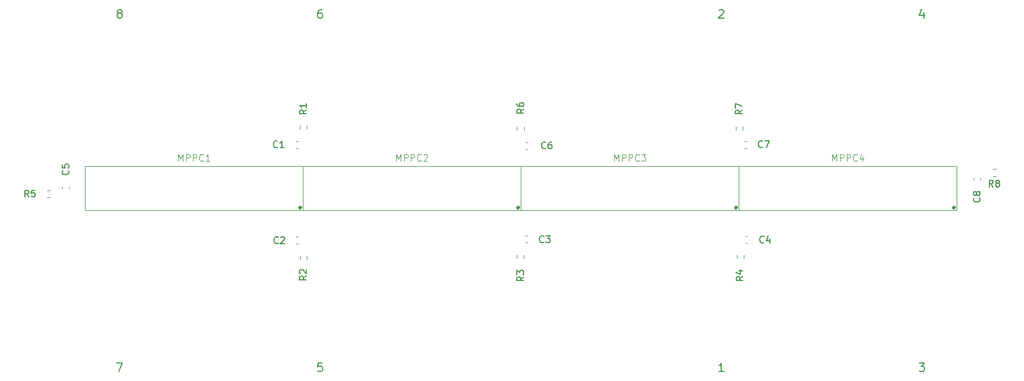
<source format=gbr>
%TF.GenerationSoftware,KiCad,Pcbnew,8.0.2*%
%TF.CreationDate,2024-07-16T15:49:33+02:00*%
%TF.ProjectId,4-MPPC_FARICH_Prototype,342d4d50-5043-45f4-9641-524943485f50,rev?*%
%TF.SameCoordinates,Original*%
%TF.FileFunction,Legend,Top*%
%TF.FilePolarity,Positive*%
%FSLAX46Y46*%
G04 Gerber Fmt 4.6, Leading zero omitted, Abs format (unit mm)*
G04 Created by KiCad (PCBNEW 8.0.2) date 2024-07-16 15:49:33*
%MOMM*%
%LPD*%
G01*
G04 APERTURE LIST*
%ADD10C,0.158750*%
%ADD11C,0.150000*%
%ADD12C,0.100000*%
%ADD13C,0.120000*%
%ADD14C,0.300000*%
G04 APERTURE END LIST*
D10*
X205476666Y-117934271D02*
X206262857Y-117934271D01*
X206262857Y-117934271D02*
X205839523Y-118418080D01*
X205839523Y-118418080D02*
X206020952Y-118418080D01*
X206020952Y-118418080D02*
X206141904Y-118478556D01*
X206141904Y-118478556D02*
X206202380Y-118539033D01*
X206202380Y-118539033D02*
X206262857Y-118659985D01*
X206262857Y-118659985D02*
X206262857Y-118962366D01*
X206262857Y-118962366D02*
X206202380Y-119083318D01*
X206202380Y-119083318D02*
X206141904Y-119143795D01*
X206141904Y-119143795D02*
X206020952Y-119204271D01*
X206020952Y-119204271D02*
X205658095Y-119204271D01*
X205658095Y-119204271D02*
X205537142Y-119143795D01*
X205537142Y-119143795D02*
X205476666Y-119083318D01*
X116141904Y-65024271D02*
X115899999Y-65024271D01*
X115899999Y-65024271D02*
X115779047Y-65084747D01*
X115779047Y-65084747D02*
X115718571Y-65145223D01*
X115718571Y-65145223D02*
X115597618Y-65326652D01*
X115597618Y-65326652D02*
X115537142Y-65568556D01*
X115537142Y-65568556D02*
X115537142Y-66052366D01*
X115537142Y-66052366D02*
X115597618Y-66173318D01*
X115597618Y-66173318D02*
X115658095Y-66233795D01*
X115658095Y-66233795D02*
X115779047Y-66294271D01*
X115779047Y-66294271D02*
X116020952Y-66294271D01*
X116020952Y-66294271D02*
X116141904Y-66233795D01*
X116141904Y-66233795D02*
X116202380Y-66173318D01*
X116202380Y-66173318D02*
X116262857Y-66052366D01*
X116262857Y-66052366D02*
X116262857Y-65749985D01*
X116262857Y-65749985D02*
X116202380Y-65629033D01*
X116202380Y-65629033D02*
X116141904Y-65568556D01*
X116141904Y-65568556D02*
X116020952Y-65508080D01*
X116020952Y-65508080D02*
X115779047Y-65508080D01*
X115779047Y-65508080D02*
X115658095Y-65568556D01*
X115658095Y-65568556D02*
X115597618Y-65629033D01*
X115597618Y-65629033D02*
X115537142Y-65749985D01*
D11*
X179115526Y-105005959D02*
X178639335Y-105339292D01*
X179115526Y-105577387D02*
X178115526Y-105577387D01*
X178115526Y-105577387D02*
X178115526Y-105196435D01*
X178115526Y-105196435D02*
X178163145Y-105101197D01*
X178163145Y-105101197D02*
X178210764Y-105053578D01*
X178210764Y-105053578D02*
X178306002Y-105005959D01*
X178306002Y-105005959D02*
X178448859Y-105005959D01*
X178448859Y-105005959D02*
X178544097Y-105053578D01*
X178544097Y-105053578D02*
X178591716Y-105101197D01*
X178591716Y-105101197D02*
X178639335Y-105196435D01*
X178639335Y-105196435D02*
X178639335Y-105577387D01*
X178448859Y-104148816D02*
X179115526Y-104148816D01*
X178067907Y-104386911D02*
X178782192Y-104625006D01*
X178782192Y-104625006D02*
X178782192Y-104005959D01*
X109614040Y-99948873D02*
X109566421Y-99996493D01*
X109566421Y-99996493D02*
X109423564Y-100044112D01*
X109423564Y-100044112D02*
X109328326Y-100044112D01*
X109328326Y-100044112D02*
X109185469Y-99996493D01*
X109185469Y-99996493D02*
X109090231Y-99901254D01*
X109090231Y-99901254D02*
X109042612Y-99806016D01*
X109042612Y-99806016D02*
X108994993Y-99615540D01*
X108994993Y-99615540D02*
X108994993Y-99472683D01*
X108994993Y-99472683D02*
X109042612Y-99282207D01*
X109042612Y-99282207D02*
X109090231Y-99186969D01*
X109090231Y-99186969D02*
X109185469Y-99091731D01*
X109185469Y-99091731D02*
X109328326Y-99044112D01*
X109328326Y-99044112D02*
X109423564Y-99044112D01*
X109423564Y-99044112D02*
X109566421Y-99091731D01*
X109566421Y-99091731D02*
X109614040Y-99139350D01*
X109994993Y-99139350D02*
X110042612Y-99091731D01*
X110042612Y-99091731D02*
X110137850Y-99044112D01*
X110137850Y-99044112D02*
X110375945Y-99044112D01*
X110375945Y-99044112D02*
X110471183Y-99091731D01*
X110471183Y-99091731D02*
X110518802Y-99139350D01*
X110518802Y-99139350D02*
X110566421Y-99234588D01*
X110566421Y-99234588D02*
X110566421Y-99329826D01*
X110566421Y-99329826D02*
X110518802Y-99472683D01*
X110518802Y-99472683D02*
X109947374Y-100044112D01*
X109947374Y-100044112D02*
X110566421Y-100044112D01*
X179023026Y-80054055D02*
X178546835Y-80387388D01*
X179023026Y-80625483D02*
X178023026Y-80625483D01*
X178023026Y-80625483D02*
X178023026Y-80244531D01*
X178023026Y-80244531D02*
X178070645Y-80149293D01*
X178070645Y-80149293D02*
X178118264Y-80101674D01*
X178118264Y-80101674D02*
X178213502Y-80054055D01*
X178213502Y-80054055D02*
X178356359Y-80054055D01*
X178356359Y-80054055D02*
X178451597Y-80101674D01*
X178451597Y-80101674D02*
X178499216Y-80149293D01*
X178499216Y-80149293D02*
X178546835Y-80244531D01*
X178546835Y-80244531D02*
X178546835Y-80625483D01*
X178023026Y-79720721D02*
X178023026Y-79054055D01*
X178023026Y-79054055D02*
X179023026Y-79482626D01*
D12*
X94690476Y-87687419D02*
X94690476Y-86687419D01*
X94690476Y-86687419D02*
X95023809Y-87401704D01*
X95023809Y-87401704D02*
X95357142Y-86687419D01*
X95357142Y-86687419D02*
X95357142Y-87687419D01*
X95833333Y-87687419D02*
X95833333Y-86687419D01*
X95833333Y-86687419D02*
X96214285Y-86687419D01*
X96214285Y-86687419D02*
X96309523Y-86735038D01*
X96309523Y-86735038D02*
X96357142Y-86782657D01*
X96357142Y-86782657D02*
X96404761Y-86877895D01*
X96404761Y-86877895D02*
X96404761Y-87020752D01*
X96404761Y-87020752D02*
X96357142Y-87115990D01*
X96357142Y-87115990D02*
X96309523Y-87163609D01*
X96309523Y-87163609D02*
X96214285Y-87211228D01*
X96214285Y-87211228D02*
X95833333Y-87211228D01*
X96833333Y-87687419D02*
X96833333Y-86687419D01*
X96833333Y-86687419D02*
X97214285Y-86687419D01*
X97214285Y-86687419D02*
X97309523Y-86735038D01*
X97309523Y-86735038D02*
X97357142Y-86782657D01*
X97357142Y-86782657D02*
X97404761Y-86877895D01*
X97404761Y-86877895D02*
X97404761Y-87020752D01*
X97404761Y-87020752D02*
X97357142Y-87115990D01*
X97357142Y-87115990D02*
X97309523Y-87163609D01*
X97309523Y-87163609D02*
X97214285Y-87211228D01*
X97214285Y-87211228D02*
X96833333Y-87211228D01*
X98404761Y-87592180D02*
X98357142Y-87639800D01*
X98357142Y-87639800D02*
X98214285Y-87687419D01*
X98214285Y-87687419D02*
X98119047Y-87687419D01*
X98119047Y-87687419D02*
X97976190Y-87639800D01*
X97976190Y-87639800D02*
X97880952Y-87544561D01*
X97880952Y-87544561D02*
X97833333Y-87449323D01*
X97833333Y-87449323D02*
X97785714Y-87258847D01*
X97785714Y-87258847D02*
X97785714Y-87115990D01*
X97785714Y-87115990D02*
X97833333Y-86925514D01*
X97833333Y-86925514D02*
X97880952Y-86830276D01*
X97880952Y-86830276D02*
X97976190Y-86735038D01*
X97976190Y-86735038D02*
X98119047Y-86687419D01*
X98119047Y-86687419D02*
X98214285Y-86687419D01*
X98214285Y-86687419D02*
X98357142Y-86735038D01*
X98357142Y-86735038D02*
X98404761Y-86782657D01*
X99357142Y-87687419D02*
X98785714Y-87687419D01*
X99071428Y-87687419D02*
X99071428Y-86687419D01*
X99071428Y-86687419D02*
X98976190Y-86830276D01*
X98976190Y-86830276D02*
X98880952Y-86925514D01*
X98880952Y-86925514D02*
X98785714Y-86973133D01*
D10*
X85779047Y-65568556D02*
X85658095Y-65508080D01*
X85658095Y-65508080D02*
X85597618Y-65447604D01*
X85597618Y-65447604D02*
X85537142Y-65326652D01*
X85537142Y-65326652D02*
X85537142Y-65266175D01*
X85537142Y-65266175D02*
X85597618Y-65145223D01*
X85597618Y-65145223D02*
X85658095Y-65084747D01*
X85658095Y-65084747D02*
X85779047Y-65024271D01*
X85779047Y-65024271D02*
X86020952Y-65024271D01*
X86020952Y-65024271D02*
X86141904Y-65084747D01*
X86141904Y-65084747D02*
X86202380Y-65145223D01*
X86202380Y-65145223D02*
X86262857Y-65266175D01*
X86262857Y-65266175D02*
X86262857Y-65326652D01*
X86262857Y-65326652D02*
X86202380Y-65447604D01*
X86202380Y-65447604D02*
X86141904Y-65508080D01*
X86141904Y-65508080D02*
X86020952Y-65568556D01*
X86020952Y-65568556D02*
X85779047Y-65568556D01*
X85779047Y-65568556D02*
X85658095Y-65629033D01*
X85658095Y-65629033D02*
X85597618Y-65689509D01*
X85597618Y-65689509D02*
X85537142Y-65810461D01*
X85537142Y-65810461D02*
X85537142Y-66052366D01*
X85537142Y-66052366D02*
X85597618Y-66173318D01*
X85597618Y-66173318D02*
X85658095Y-66233795D01*
X85658095Y-66233795D02*
X85779047Y-66294271D01*
X85779047Y-66294271D02*
X86020952Y-66294271D01*
X86020952Y-66294271D02*
X86141904Y-66233795D01*
X86141904Y-66233795D02*
X86202380Y-66173318D01*
X86202380Y-66173318D02*
X86262857Y-66052366D01*
X86262857Y-66052366D02*
X86262857Y-65810461D01*
X86262857Y-65810461D02*
X86202380Y-65689509D01*
X86202380Y-65689509D02*
X86141904Y-65629033D01*
X86141904Y-65629033D02*
X86020952Y-65568556D01*
D12*
X192490476Y-87687419D02*
X192490476Y-86687419D01*
X192490476Y-86687419D02*
X192823809Y-87401704D01*
X192823809Y-87401704D02*
X193157142Y-86687419D01*
X193157142Y-86687419D02*
X193157142Y-87687419D01*
X193633333Y-87687419D02*
X193633333Y-86687419D01*
X193633333Y-86687419D02*
X194014285Y-86687419D01*
X194014285Y-86687419D02*
X194109523Y-86735038D01*
X194109523Y-86735038D02*
X194157142Y-86782657D01*
X194157142Y-86782657D02*
X194204761Y-86877895D01*
X194204761Y-86877895D02*
X194204761Y-87020752D01*
X194204761Y-87020752D02*
X194157142Y-87115990D01*
X194157142Y-87115990D02*
X194109523Y-87163609D01*
X194109523Y-87163609D02*
X194014285Y-87211228D01*
X194014285Y-87211228D02*
X193633333Y-87211228D01*
X194633333Y-87687419D02*
X194633333Y-86687419D01*
X194633333Y-86687419D02*
X195014285Y-86687419D01*
X195014285Y-86687419D02*
X195109523Y-86735038D01*
X195109523Y-86735038D02*
X195157142Y-86782657D01*
X195157142Y-86782657D02*
X195204761Y-86877895D01*
X195204761Y-86877895D02*
X195204761Y-87020752D01*
X195204761Y-87020752D02*
X195157142Y-87115990D01*
X195157142Y-87115990D02*
X195109523Y-87163609D01*
X195109523Y-87163609D02*
X195014285Y-87211228D01*
X195014285Y-87211228D02*
X194633333Y-87211228D01*
X196204761Y-87592180D02*
X196157142Y-87639800D01*
X196157142Y-87639800D02*
X196014285Y-87687419D01*
X196014285Y-87687419D02*
X195919047Y-87687419D01*
X195919047Y-87687419D02*
X195776190Y-87639800D01*
X195776190Y-87639800D02*
X195680952Y-87544561D01*
X195680952Y-87544561D02*
X195633333Y-87449323D01*
X195633333Y-87449323D02*
X195585714Y-87258847D01*
X195585714Y-87258847D02*
X195585714Y-87115990D01*
X195585714Y-87115990D02*
X195633333Y-86925514D01*
X195633333Y-86925514D02*
X195680952Y-86830276D01*
X195680952Y-86830276D02*
X195776190Y-86735038D01*
X195776190Y-86735038D02*
X195919047Y-86687419D01*
X195919047Y-86687419D02*
X196014285Y-86687419D01*
X196014285Y-86687419D02*
X196157142Y-86735038D01*
X196157142Y-86735038D02*
X196204761Y-86782657D01*
X197061904Y-87020752D02*
X197061904Y-87687419D01*
X196823809Y-86639800D02*
X196585714Y-87354085D01*
X196585714Y-87354085D02*
X197204761Y-87354085D01*
D11*
X146335526Y-105040959D02*
X145859335Y-105374292D01*
X146335526Y-105612387D02*
X145335526Y-105612387D01*
X145335526Y-105612387D02*
X145335526Y-105231435D01*
X145335526Y-105231435D02*
X145383145Y-105136197D01*
X145383145Y-105136197D02*
X145430764Y-105088578D01*
X145430764Y-105088578D02*
X145526002Y-105040959D01*
X145526002Y-105040959D02*
X145668859Y-105040959D01*
X145668859Y-105040959D02*
X145764097Y-105088578D01*
X145764097Y-105088578D02*
X145811716Y-105136197D01*
X145811716Y-105136197D02*
X145859335Y-105231435D01*
X145859335Y-105231435D02*
X145859335Y-105612387D01*
X145335526Y-104707625D02*
X145335526Y-104088578D01*
X145335526Y-104088578D02*
X145716478Y-104421911D01*
X145716478Y-104421911D02*
X145716478Y-104279054D01*
X145716478Y-104279054D02*
X145764097Y-104183816D01*
X145764097Y-104183816D02*
X145811716Y-104136197D01*
X145811716Y-104136197D02*
X145906954Y-104088578D01*
X145906954Y-104088578D02*
X146145049Y-104088578D01*
X146145049Y-104088578D02*
X146240287Y-104136197D01*
X146240287Y-104136197D02*
X146287907Y-104183816D01*
X146287907Y-104183816D02*
X146335526Y-104279054D01*
X146335526Y-104279054D02*
X146335526Y-104564768D01*
X146335526Y-104564768D02*
X146287907Y-104660006D01*
X146287907Y-104660006D02*
X146240287Y-104707625D01*
X216541540Y-91564112D02*
X216208207Y-91087921D01*
X215970112Y-91564112D02*
X215970112Y-90564112D01*
X215970112Y-90564112D02*
X216351064Y-90564112D01*
X216351064Y-90564112D02*
X216446302Y-90611731D01*
X216446302Y-90611731D02*
X216493921Y-90659350D01*
X216493921Y-90659350D02*
X216541540Y-90754588D01*
X216541540Y-90754588D02*
X216541540Y-90897445D01*
X216541540Y-90897445D02*
X216493921Y-90992683D01*
X216493921Y-90992683D02*
X216446302Y-91040302D01*
X216446302Y-91040302D02*
X216351064Y-91087921D01*
X216351064Y-91087921D02*
X215970112Y-91087921D01*
X217112969Y-90992683D02*
X217017731Y-90945064D01*
X217017731Y-90945064D02*
X216970112Y-90897445D01*
X216970112Y-90897445D02*
X216922493Y-90802207D01*
X216922493Y-90802207D02*
X216922493Y-90754588D01*
X216922493Y-90754588D02*
X216970112Y-90659350D01*
X216970112Y-90659350D02*
X217017731Y-90611731D01*
X217017731Y-90611731D02*
X217112969Y-90564112D01*
X217112969Y-90564112D02*
X217303445Y-90564112D01*
X217303445Y-90564112D02*
X217398683Y-90611731D01*
X217398683Y-90611731D02*
X217446302Y-90659350D01*
X217446302Y-90659350D02*
X217493921Y-90754588D01*
X217493921Y-90754588D02*
X217493921Y-90802207D01*
X217493921Y-90802207D02*
X217446302Y-90897445D01*
X217446302Y-90897445D02*
X217398683Y-90945064D01*
X217398683Y-90945064D02*
X217303445Y-90992683D01*
X217303445Y-90992683D02*
X217112969Y-90992683D01*
X217112969Y-90992683D02*
X217017731Y-91040302D01*
X217017731Y-91040302D02*
X216970112Y-91087921D01*
X216970112Y-91087921D02*
X216922493Y-91183159D01*
X216922493Y-91183159D02*
X216922493Y-91373635D01*
X216922493Y-91373635D02*
X216970112Y-91468873D01*
X216970112Y-91468873D02*
X217017731Y-91516493D01*
X217017731Y-91516493D02*
X217112969Y-91564112D01*
X217112969Y-91564112D02*
X217303445Y-91564112D01*
X217303445Y-91564112D02*
X217398683Y-91516493D01*
X217398683Y-91516493D02*
X217446302Y-91468873D01*
X217446302Y-91468873D02*
X217493921Y-91373635D01*
X217493921Y-91373635D02*
X217493921Y-91183159D01*
X217493921Y-91183159D02*
X217446302Y-91087921D01*
X217446302Y-91087921D02*
X217398683Y-91040302D01*
X217398683Y-91040302D02*
X217303445Y-90992683D01*
X214500287Y-93215959D02*
X214547907Y-93263578D01*
X214547907Y-93263578D02*
X214595526Y-93406435D01*
X214595526Y-93406435D02*
X214595526Y-93501673D01*
X214595526Y-93501673D02*
X214547907Y-93644530D01*
X214547907Y-93644530D02*
X214452668Y-93739768D01*
X214452668Y-93739768D02*
X214357430Y-93787387D01*
X214357430Y-93787387D02*
X214166954Y-93835006D01*
X214166954Y-93835006D02*
X214024097Y-93835006D01*
X214024097Y-93835006D02*
X213833621Y-93787387D01*
X213833621Y-93787387D02*
X213738383Y-93739768D01*
X213738383Y-93739768D02*
X213643145Y-93644530D01*
X213643145Y-93644530D02*
X213595526Y-93501673D01*
X213595526Y-93501673D02*
X213595526Y-93406435D01*
X213595526Y-93406435D02*
X213643145Y-93263578D01*
X213643145Y-93263578D02*
X213690764Y-93215959D01*
X214024097Y-92644530D02*
X213976478Y-92739768D01*
X213976478Y-92739768D02*
X213928859Y-92787387D01*
X213928859Y-92787387D02*
X213833621Y-92835006D01*
X213833621Y-92835006D02*
X213786002Y-92835006D01*
X213786002Y-92835006D02*
X213690764Y-92787387D01*
X213690764Y-92787387D02*
X213643145Y-92739768D01*
X213643145Y-92739768D02*
X213595526Y-92644530D01*
X213595526Y-92644530D02*
X213595526Y-92454054D01*
X213595526Y-92454054D02*
X213643145Y-92358816D01*
X213643145Y-92358816D02*
X213690764Y-92311197D01*
X213690764Y-92311197D02*
X213786002Y-92263578D01*
X213786002Y-92263578D02*
X213833621Y-92263578D01*
X213833621Y-92263578D02*
X213928859Y-92311197D01*
X213928859Y-92311197D02*
X213976478Y-92358816D01*
X213976478Y-92358816D02*
X214024097Y-92454054D01*
X214024097Y-92454054D02*
X214024097Y-92644530D01*
X214024097Y-92644530D02*
X214071716Y-92739768D01*
X214071716Y-92739768D02*
X214119335Y-92787387D01*
X214119335Y-92787387D02*
X214214573Y-92835006D01*
X214214573Y-92835006D02*
X214405049Y-92835006D01*
X214405049Y-92835006D02*
X214500287Y-92787387D01*
X214500287Y-92787387D02*
X214547907Y-92739768D01*
X214547907Y-92739768D02*
X214595526Y-92644530D01*
X214595526Y-92644530D02*
X214595526Y-92454054D01*
X214595526Y-92454054D02*
X214547907Y-92358816D01*
X214547907Y-92358816D02*
X214500287Y-92311197D01*
X214500287Y-92311197D02*
X214405049Y-92263578D01*
X214405049Y-92263578D02*
X214214573Y-92263578D01*
X214214573Y-92263578D02*
X214119335Y-92311197D01*
X214119335Y-92311197D02*
X214071716Y-92358816D01*
X214071716Y-92358816D02*
X214024097Y-92454054D01*
X149609790Y-85739468D02*
X149562171Y-85787088D01*
X149562171Y-85787088D02*
X149419314Y-85834707D01*
X149419314Y-85834707D02*
X149324076Y-85834707D01*
X149324076Y-85834707D02*
X149181219Y-85787088D01*
X149181219Y-85787088D02*
X149085981Y-85691849D01*
X149085981Y-85691849D02*
X149038362Y-85596611D01*
X149038362Y-85596611D02*
X148990743Y-85406135D01*
X148990743Y-85406135D02*
X148990743Y-85263278D01*
X148990743Y-85263278D02*
X149038362Y-85072802D01*
X149038362Y-85072802D02*
X149085981Y-84977564D01*
X149085981Y-84977564D02*
X149181219Y-84882326D01*
X149181219Y-84882326D02*
X149324076Y-84834707D01*
X149324076Y-84834707D02*
X149419314Y-84834707D01*
X149419314Y-84834707D02*
X149562171Y-84882326D01*
X149562171Y-84882326D02*
X149609790Y-84929945D01*
X150466933Y-84834707D02*
X150276457Y-84834707D01*
X150276457Y-84834707D02*
X150181219Y-84882326D01*
X150181219Y-84882326D02*
X150133600Y-84929945D01*
X150133600Y-84929945D02*
X150038362Y-85072802D01*
X150038362Y-85072802D02*
X149990743Y-85263278D01*
X149990743Y-85263278D02*
X149990743Y-85644230D01*
X149990743Y-85644230D02*
X150038362Y-85739468D01*
X150038362Y-85739468D02*
X150085981Y-85787088D01*
X150085981Y-85787088D02*
X150181219Y-85834707D01*
X150181219Y-85834707D02*
X150371695Y-85834707D01*
X150371695Y-85834707D02*
X150466933Y-85787088D01*
X150466933Y-85787088D02*
X150514552Y-85739468D01*
X150514552Y-85739468D02*
X150562171Y-85644230D01*
X150562171Y-85644230D02*
X150562171Y-85406135D01*
X150562171Y-85406135D02*
X150514552Y-85310897D01*
X150514552Y-85310897D02*
X150466933Y-85263278D01*
X150466933Y-85263278D02*
X150371695Y-85215659D01*
X150371695Y-85215659D02*
X150181219Y-85215659D01*
X150181219Y-85215659D02*
X150085981Y-85263278D01*
X150085981Y-85263278D02*
X150038362Y-85310897D01*
X150038362Y-85310897D02*
X149990743Y-85406135D01*
D10*
X116202380Y-117934271D02*
X115597618Y-117934271D01*
X115597618Y-117934271D02*
X115537142Y-118539033D01*
X115537142Y-118539033D02*
X115597618Y-118478556D01*
X115597618Y-118478556D02*
X115718571Y-118418080D01*
X115718571Y-118418080D02*
X116020952Y-118418080D01*
X116020952Y-118418080D02*
X116141904Y-118478556D01*
X116141904Y-118478556D02*
X116202380Y-118539033D01*
X116202380Y-118539033D02*
X116262857Y-118659985D01*
X116262857Y-118659985D02*
X116262857Y-118962366D01*
X116262857Y-118962366D02*
X116202380Y-119083318D01*
X116202380Y-119083318D02*
X116141904Y-119143795D01*
X116141904Y-119143795D02*
X116020952Y-119204271D01*
X116020952Y-119204271D02*
X115718571Y-119204271D01*
X115718571Y-119204271D02*
X115597618Y-119143795D01*
X115597618Y-119143795D02*
X115537142Y-119083318D01*
D11*
X182264040Y-99848873D02*
X182216421Y-99896493D01*
X182216421Y-99896493D02*
X182073564Y-99944112D01*
X182073564Y-99944112D02*
X181978326Y-99944112D01*
X181978326Y-99944112D02*
X181835469Y-99896493D01*
X181835469Y-99896493D02*
X181740231Y-99801254D01*
X181740231Y-99801254D02*
X181692612Y-99706016D01*
X181692612Y-99706016D02*
X181644993Y-99515540D01*
X181644993Y-99515540D02*
X181644993Y-99372683D01*
X181644993Y-99372683D02*
X181692612Y-99182207D01*
X181692612Y-99182207D02*
X181740231Y-99086969D01*
X181740231Y-99086969D02*
X181835469Y-98991731D01*
X181835469Y-98991731D02*
X181978326Y-98944112D01*
X181978326Y-98944112D02*
X182073564Y-98944112D01*
X182073564Y-98944112D02*
X182216421Y-98991731D01*
X182216421Y-98991731D02*
X182264040Y-99039350D01*
X183121183Y-99277445D02*
X183121183Y-99944112D01*
X182883088Y-98896493D02*
X182644993Y-99610778D01*
X182644993Y-99610778D02*
X183264040Y-99610778D01*
D10*
X85476666Y-117934271D02*
X86323333Y-117934271D01*
X86323333Y-117934271D02*
X85779047Y-119204271D01*
X175537142Y-65145223D02*
X175597618Y-65084747D01*
X175597618Y-65084747D02*
X175718571Y-65024271D01*
X175718571Y-65024271D02*
X176020952Y-65024271D01*
X176020952Y-65024271D02*
X176141904Y-65084747D01*
X176141904Y-65084747D02*
X176202380Y-65145223D01*
X176202380Y-65145223D02*
X176262857Y-65266175D01*
X176262857Y-65266175D02*
X176262857Y-65387128D01*
X176262857Y-65387128D02*
X176202380Y-65568556D01*
X176202380Y-65568556D02*
X175476666Y-66294271D01*
X175476666Y-66294271D02*
X176262857Y-66294271D01*
D11*
X113823776Y-80044054D02*
X113347585Y-80377387D01*
X113823776Y-80615482D02*
X112823776Y-80615482D01*
X112823776Y-80615482D02*
X112823776Y-80234530D01*
X112823776Y-80234530D02*
X112871395Y-80139292D01*
X112871395Y-80139292D02*
X112919014Y-80091673D01*
X112919014Y-80091673D02*
X113014252Y-80044054D01*
X113014252Y-80044054D02*
X113157109Y-80044054D01*
X113157109Y-80044054D02*
X113252347Y-80091673D01*
X113252347Y-80091673D02*
X113299966Y-80139292D01*
X113299966Y-80139292D02*
X113347585Y-80234530D01*
X113347585Y-80234530D02*
X113347585Y-80615482D01*
X113823776Y-79091673D02*
X113823776Y-79663101D01*
X113823776Y-79377387D02*
X112823776Y-79377387D01*
X112823776Y-79377387D02*
X112966633Y-79472625D01*
X112966633Y-79472625D02*
X113061871Y-79567863D01*
X113061871Y-79567863D02*
X113109490Y-79663101D01*
X78200287Y-89115959D02*
X78247907Y-89163578D01*
X78247907Y-89163578D02*
X78295526Y-89306435D01*
X78295526Y-89306435D02*
X78295526Y-89401673D01*
X78295526Y-89401673D02*
X78247907Y-89544530D01*
X78247907Y-89544530D02*
X78152668Y-89639768D01*
X78152668Y-89639768D02*
X78057430Y-89687387D01*
X78057430Y-89687387D02*
X77866954Y-89735006D01*
X77866954Y-89735006D02*
X77724097Y-89735006D01*
X77724097Y-89735006D02*
X77533621Y-89687387D01*
X77533621Y-89687387D02*
X77438383Y-89639768D01*
X77438383Y-89639768D02*
X77343145Y-89544530D01*
X77343145Y-89544530D02*
X77295526Y-89401673D01*
X77295526Y-89401673D02*
X77295526Y-89306435D01*
X77295526Y-89306435D02*
X77343145Y-89163578D01*
X77343145Y-89163578D02*
X77390764Y-89115959D01*
X77295526Y-88211197D02*
X77295526Y-88687387D01*
X77295526Y-88687387D02*
X77771716Y-88735006D01*
X77771716Y-88735006D02*
X77724097Y-88687387D01*
X77724097Y-88687387D02*
X77676478Y-88592149D01*
X77676478Y-88592149D02*
X77676478Y-88354054D01*
X77676478Y-88354054D02*
X77724097Y-88258816D01*
X77724097Y-88258816D02*
X77771716Y-88211197D01*
X77771716Y-88211197D02*
X77866954Y-88163578D01*
X77866954Y-88163578D02*
X78105049Y-88163578D01*
X78105049Y-88163578D02*
X78200287Y-88211197D01*
X78200287Y-88211197D02*
X78247907Y-88258816D01*
X78247907Y-88258816D02*
X78295526Y-88354054D01*
X78295526Y-88354054D02*
X78295526Y-88592149D01*
X78295526Y-88592149D02*
X78247907Y-88687387D01*
X78247907Y-88687387D02*
X78200287Y-88735006D01*
X109522290Y-85596968D02*
X109474671Y-85644588D01*
X109474671Y-85644588D02*
X109331814Y-85692207D01*
X109331814Y-85692207D02*
X109236576Y-85692207D01*
X109236576Y-85692207D02*
X109093719Y-85644588D01*
X109093719Y-85644588D02*
X108998481Y-85549349D01*
X108998481Y-85549349D02*
X108950862Y-85454111D01*
X108950862Y-85454111D02*
X108903243Y-85263635D01*
X108903243Y-85263635D02*
X108903243Y-85120778D01*
X108903243Y-85120778D02*
X108950862Y-84930302D01*
X108950862Y-84930302D02*
X108998481Y-84835064D01*
X108998481Y-84835064D02*
X109093719Y-84739826D01*
X109093719Y-84739826D02*
X109236576Y-84692207D01*
X109236576Y-84692207D02*
X109331814Y-84692207D01*
X109331814Y-84692207D02*
X109474671Y-84739826D01*
X109474671Y-84739826D02*
X109522290Y-84787445D01*
X110474671Y-85692207D02*
X109903243Y-85692207D01*
X110188957Y-85692207D02*
X110188957Y-84692207D01*
X110188957Y-84692207D02*
X110093719Y-84835064D01*
X110093719Y-84835064D02*
X109998481Y-84930302D01*
X109998481Y-84930302D02*
X109903243Y-84977921D01*
X182031540Y-85586969D02*
X181983921Y-85634589D01*
X181983921Y-85634589D02*
X181841064Y-85682208D01*
X181841064Y-85682208D02*
X181745826Y-85682208D01*
X181745826Y-85682208D02*
X181602969Y-85634589D01*
X181602969Y-85634589D02*
X181507731Y-85539350D01*
X181507731Y-85539350D02*
X181460112Y-85444112D01*
X181460112Y-85444112D02*
X181412493Y-85253636D01*
X181412493Y-85253636D02*
X181412493Y-85110779D01*
X181412493Y-85110779D02*
X181460112Y-84920303D01*
X181460112Y-84920303D02*
X181507731Y-84825065D01*
X181507731Y-84825065D02*
X181602969Y-84729827D01*
X181602969Y-84729827D02*
X181745826Y-84682208D01*
X181745826Y-84682208D02*
X181841064Y-84682208D01*
X181841064Y-84682208D02*
X181983921Y-84729827D01*
X181983921Y-84729827D02*
X182031540Y-84777446D01*
X182364874Y-84682208D02*
X183031540Y-84682208D01*
X183031540Y-84682208D02*
X182602969Y-85682208D01*
D10*
X206141904Y-65447604D02*
X206141904Y-66294271D01*
X205839523Y-64963795D02*
X205537142Y-65870937D01*
X205537142Y-65870937D02*
X206323333Y-65870937D01*
D11*
X146333776Y-79901554D02*
X145857585Y-80234887D01*
X146333776Y-80472982D02*
X145333776Y-80472982D01*
X145333776Y-80472982D02*
X145333776Y-80092030D01*
X145333776Y-80092030D02*
X145381395Y-79996792D01*
X145381395Y-79996792D02*
X145429014Y-79949173D01*
X145429014Y-79949173D02*
X145524252Y-79901554D01*
X145524252Y-79901554D02*
X145667109Y-79901554D01*
X145667109Y-79901554D02*
X145762347Y-79949173D01*
X145762347Y-79949173D02*
X145809966Y-79996792D01*
X145809966Y-79996792D02*
X145857585Y-80092030D01*
X145857585Y-80092030D02*
X145857585Y-80472982D01*
X145333776Y-79044411D02*
X145333776Y-79234887D01*
X145333776Y-79234887D02*
X145381395Y-79330125D01*
X145381395Y-79330125D02*
X145429014Y-79377744D01*
X145429014Y-79377744D02*
X145571871Y-79472982D01*
X145571871Y-79472982D02*
X145762347Y-79520601D01*
X145762347Y-79520601D02*
X146143299Y-79520601D01*
X146143299Y-79520601D02*
X146238537Y-79472982D01*
X146238537Y-79472982D02*
X146286157Y-79425363D01*
X146286157Y-79425363D02*
X146333776Y-79330125D01*
X146333776Y-79330125D02*
X146333776Y-79139649D01*
X146333776Y-79139649D02*
X146286157Y-79044411D01*
X146286157Y-79044411D02*
X146238537Y-78996792D01*
X146238537Y-78996792D02*
X146143299Y-78949173D01*
X146143299Y-78949173D02*
X145905204Y-78949173D01*
X145905204Y-78949173D02*
X145809966Y-78996792D01*
X145809966Y-78996792D02*
X145762347Y-79044411D01*
X145762347Y-79044411D02*
X145714728Y-79139649D01*
X145714728Y-79139649D02*
X145714728Y-79330125D01*
X145714728Y-79330125D02*
X145762347Y-79425363D01*
X145762347Y-79425363D02*
X145809966Y-79472982D01*
X145809966Y-79472982D02*
X145905204Y-79520601D01*
D12*
X159890476Y-87687419D02*
X159890476Y-86687419D01*
X159890476Y-86687419D02*
X160223809Y-87401704D01*
X160223809Y-87401704D02*
X160557142Y-86687419D01*
X160557142Y-86687419D02*
X160557142Y-87687419D01*
X161033333Y-87687419D02*
X161033333Y-86687419D01*
X161033333Y-86687419D02*
X161414285Y-86687419D01*
X161414285Y-86687419D02*
X161509523Y-86735038D01*
X161509523Y-86735038D02*
X161557142Y-86782657D01*
X161557142Y-86782657D02*
X161604761Y-86877895D01*
X161604761Y-86877895D02*
X161604761Y-87020752D01*
X161604761Y-87020752D02*
X161557142Y-87115990D01*
X161557142Y-87115990D02*
X161509523Y-87163609D01*
X161509523Y-87163609D02*
X161414285Y-87211228D01*
X161414285Y-87211228D02*
X161033333Y-87211228D01*
X162033333Y-87687419D02*
X162033333Y-86687419D01*
X162033333Y-86687419D02*
X162414285Y-86687419D01*
X162414285Y-86687419D02*
X162509523Y-86735038D01*
X162509523Y-86735038D02*
X162557142Y-86782657D01*
X162557142Y-86782657D02*
X162604761Y-86877895D01*
X162604761Y-86877895D02*
X162604761Y-87020752D01*
X162604761Y-87020752D02*
X162557142Y-87115990D01*
X162557142Y-87115990D02*
X162509523Y-87163609D01*
X162509523Y-87163609D02*
X162414285Y-87211228D01*
X162414285Y-87211228D02*
X162033333Y-87211228D01*
X163604761Y-87592180D02*
X163557142Y-87639800D01*
X163557142Y-87639800D02*
X163414285Y-87687419D01*
X163414285Y-87687419D02*
X163319047Y-87687419D01*
X163319047Y-87687419D02*
X163176190Y-87639800D01*
X163176190Y-87639800D02*
X163080952Y-87544561D01*
X163080952Y-87544561D02*
X163033333Y-87449323D01*
X163033333Y-87449323D02*
X162985714Y-87258847D01*
X162985714Y-87258847D02*
X162985714Y-87115990D01*
X162985714Y-87115990D02*
X163033333Y-86925514D01*
X163033333Y-86925514D02*
X163080952Y-86830276D01*
X163080952Y-86830276D02*
X163176190Y-86735038D01*
X163176190Y-86735038D02*
X163319047Y-86687419D01*
X163319047Y-86687419D02*
X163414285Y-86687419D01*
X163414285Y-86687419D02*
X163557142Y-86735038D01*
X163557142Y-86735038D02*
X163604761Y-86782657D01*
X163938095Y-86687419D02*
X164557142Y-86687419D01*
X164557142Y-86687419D02*
X164223809Y-87068371D01*
X164223809Y-87068371D02*
X164366666Y-87068371D01*
X164366666Y-87068371D02*
X164461904Y-87115990D01*
X164461904Y-87115990D02*
X164509523Y-87163609D01*
X164509523Y-87163609D02*
X164557142Y-87258847D01*
X164557142Y-87258847D02*
X164557142Y-87496942D01*
X164557142Y-87496942D02*
X164509523Y-87592180D01*
X164509523Y-87592180D02*
X164461904Y-87639800D01*
X164461904Y-87639800D02*
X164366666Y-87687419D01*
X164366666Y-87687419D02*
X164080952Y-87687419D01*
X164080952Y-87687419D02*
X163985714Y-87639800D01*
X163985714Y-87639800D02*
X163938095Y-87592180D01*
D11*
X72294040Y-93084112D02*
X71960707Y-92607921D01*
X71722612Y-93084112D02*
X71722612Y-92084112D01*
X71722612Y-92084112D02*
X72103564Y-92084112D01*
X72103564Y-92084112D02*
X72198802Y-92131731D01*
X72198802Y-92131731D02*
X72246421Y-92179350D01*
X72246421Y-92179350D02*
X72294040Y-92274588D01*
X72294040Y-92274588D02*
X72294040Y-92417445D01*
X72294040Y-92417445D02*
X72246421Y-92512683D01*
X72246421Y-92512683D02*
X72198802Y-92560302D01*
X72198802Y-92560302D02*
X72103564Y-92607921D01*
X72103564Y-92607921D02*
X71722612Y-92607921D01*
X73198802Y-92084112D02*
X72722612Y-92084112D01*
X72722612Y-92084112D02*
X72674993Y-92560302D01*
X72674993Y-92560302D02*
X72722612Y-92512683D01*
X72722612Y-92512683D02*
X72817850Y-92465064D01*
X72817850Y-92465064D02*
X73055945Y-92465064D01*
X73055945Y-92465064D02*
X73151183Y-92512683D01*
X73151183Y-92512683D02*
X73198802Y-92560302D01*
X73198802Y-92560302D02*
X73246421Y-92655540D01*
X73246421Y-92655540D02*
X73246421Y-92893635D01*
X73246421Y-92893635D02*
X73198802Y-92988873D01*
X73198802Y-92988873D02*
X73151183Y-93036493D01*
X73151183Y-93036493D02*
X73055945Y-93084112D01*
X73055945Y-93084112D02*
X72817850Y-93084112D01*
X72817850Y-93084112D02*
X72722612Y-93036493D01*
X72722612Y-93036493D02*
X72674993Y-92988873D01*
X113825526Y-104905959D02*
X113349335Y-105239292D01*
X113825526Y-105477387D02*
X112825526Y-105477387D01*
X112825526Y-105477387D02*
X112825526Y-105096435D01*
X112825526Y-105096435D02*
X112873145Y-105001197D01*
X112873145Y-105001197D02*
X112920764Y-104953578D01*
X112920764Y-104953578D02*
X113016002Y-104905959D01*
X113016002Y-104905959D02*
X113158859Y-104905959D01*
X113158859Y-104905959D02*
X113254097Y-104953578D01*
X113254097Y-104953578D02*
X113301716Y-105001197D01*
X113301716Y-105001197D02*
X113349335Y-105096435D01*
X113349335Y-105096435D02*
X113349335Y-105477387D01*
X112920764Y-104525006D02*
X112873145Y-104477387D01*
X112873145Y-104477387D02*
X112825526Y-104382149D01*
X112825526Y-104382149D02*
X112825526Y-104144054D01*
X112825526Y-104144054D02*
X112873145Y-104048816D01*
X112873145Y-104048816D02*
X112920764Y-104001197D01*
X112920764Y-104001197D02*
X113016002Y-103953578D01*
X113016002Y-103953578D02*
X113111240Y-103953578D01*
X113111240Y-103953578D02*
X113254097Y-104001197D01*
X113254097Y-104001197D02*
X113825526Y-104572625D01*
X113825526Y-104572625D02*
X113825526Y-103953578D01*
X149324040Y-99813873D02*
X149276421Y-99861493D01*
X149276421Y-99861493D02*
X149133564Y-99909112D01*
X149133564Y-99909112D02*
X149038326Y-99909112D01*
X149038326Y-99909112D02*
X148895469Y-99861493D01*
X148895469Y-99861493D02*
X148800231Y-99766254D01*
X148800231Y-99766254D02*
X148752612Y-99671016D01*
X148752612Y-99671016D02*
X148704993Y-99480540D01*
X148704993Y-99480540D02*
X148704993Y-99337683D01*
X148704993Y-99337683D02*
X148752612Y-99147207D01*
X148752612Y-99147207D02*
X148800231Y-99051969D01*
X148800231Y-99051969D02*
X148895469Y-98956731D01*
X148895469Y-98956731D02*
X149038326Y-98909112D01*
X149038326Y-98909112D02*
X149133564Y-98909112D01*
X149133564Y-98909112D02*
X149276421Y-98956731D01*
X149276421Y-98956731D02*
X149324040Y-99004350D01*
X149657374Y-98909112D02*
X150276421Y-98909112D01*
X150276421Y-98909112D02*
X149943088Y-99290064D01*
X149943088Y-99290064D02*
X150085945Y-99290064D01*
X150085945Y-99290064D02*
X150181183Y-99337683D01*
X150181183Y-99337683D02*
X150228802Y-99385302D01*
X150228802Y-99385302D02*
X150276421Y-99480540D01*
X150276421Y-99480540D02*
X150276421Y-99718635D01*
X150276421Y-99718635D02*
X150228802Y-99813873D01*
X150228802Y-99813873D02*
X150181183Y-99861493D01*
X150181183Y-99861493D02*
X150085945Y-99909112D01*
X150085945Y-99909112D02*
X149800231Y-99909112D01*
X149800231Y-99909112D02*
X149704993Y-99861493D01*
X149704993Y-99861493D02*
X149657374Y-99813873D01*
D10*
X176262857Y-119204271D02*
X175537142Y-119204271D01*
X175899999Y-119204271D02*
X175899999Y-117934271D01*
X175899999Y-117934271D02*
X175779047Y-118115699D01*
X175779047Y-118115699D02*
X175658095Y-118236652D01*
X175658095Y-118236652D02*
X175537142Y-118297128D01*
D12*
X127290476Y-87687419D02*
X127290476Y-86687419D01*
X127290476Y-86687419D02*
X127623809Y-87401704D01*
X127623809Y-87401704D02*
X127957142Y-86687419D01*
X127957142Y-86687419D02*
X127957142Y-87687419D01*
X128433333Y-87687419D02*
X128433333Y-86687419D01*
X128433333Y-86687419D02*
X128814285Y-86687419D01*
X128814285Y-86687419D02*
X128909523Y-86735038D01*
X128909523Y-86735038D02*
X128957142Y-86782657D01*
X128957142Y-86782657D02*
X129004761Y-86877895D01*
X129004761Y-86877895D02*
X129004761Y-87020752D01*
X129004761Y-87020752D02*
X128957142Y-87115990D01*
X128957142Y-87115990D02*
X128909523Y-87163609D01*
X128909523Y-87163609D02*
X128814285Y-87211228D01*
X128814285Y-87211228D02*
X128433333Y-87211228D01*
X129433333Y-87687419D02*
X129433333Y-86687419D01*
X129433333Y-86687419D02*
X129814285Y-86687419D01*
X129814285Y-86687419D02*
X129909523Y-86735038D01*
X129909523Y-86735038D02*
X129957142Y-86782657D01*
X129957142Y-86782657D02*
X130004761Y-86877895D01*
X130004761Y-86877895D02*
X130004761Y-87020752D01*
X130004761Y-87020752D02*
X129957142Y-87115990D01*
X129957142Y-87115990D02*
X129909523Y-87163609D01*
X129909523Y-87163609D02*
X129814285Y-87211228D01*
X129814285Y-87211228D02*
X129433333Y-87211228D01*
X131004761Y-87592180D02*
X130957142Y-87639800D01*
X130957142Y-87639800D02*
X130814285Y-87687419D01*
X130814285Y-87687419D02*
X130719047Y-87687419D01*
X130719047Y-87687419D02*
X130576190Y-87639800D01*
X130576190Y-87639800D02*
X130480952Y-87544561D01*
X130480952Y-87544561D02*
X130433333Y-87449323D01*
X130433333Y-87449323D02*
X130385714Y-87258847D01*
X130385714Y-87258847D02*
X130385714Y-87115990D01*
X130385714Y-87115990D02*
X130433333Y-86925514D01*
X130433333Y-86925514D02*
X130480952Y-86830276D01*
X130480952Y-86830276D02*
X130576190Y-86735038D01*
X130576190Y-86735038D02*
X130719047Y-86687419D01*
X130719047Y-86687419D02*
X130814285Y-86687419D01*
X130814285Y-86687419D02*
X130957142Y-86735038D01*
X130957142Y-86735038D02*
X131004761Y-86782657D01*
X131385714Y-86782657D02*
X131433333Y-86735038D01*
X131433333Y-86735038D02*
X131528571Y-86687419D01*
X131528571Y-86687419D02*
X131766666Y-86687419D01*
X131766666Y-86687419D02*
X131861904Y-86735038D01*
X131861904Y-86735038D02*
X131909523Y-86782657D01*
X131909523Y-86782657D02*
X131957142Y-86877895D01*
X131957142Y-86877895D02*
X131957142Y-86973133D01*
X131957142Y-86973133D02*
X131909523Y-87115990D01*
X131909523Y-87115990D02*
X131338095Y-87687419D01*
X131338095Y-87687419D02*
X131957142Y-87687419D01*
D13*
%TO.C,R4*%
X178198207Y-101784569D02*
X178198207Y-102294017D01*
X179243207Y-101784569D02*
X179243207Y-102294017D01*
%TO.C,C2*%
X112596974Y-99039293D02*
X112304440Y-99039293D01*
X112596974Y-100059293D02*
X112304440Y-100059293D01*
%TO.C,R7*%
X178043207Y-83012113D02*
X178043207Y-82502665D01*
X179088207Y-83012113D02*
X179088207Y-82502665D01*
%TO.C,MPPC1*%
D12*
X80730000Y-95080000D02*
X113270000Y-95080000D01*
X113270000Y-88480000D01*
X80730000Y-88480000D01*
X80730000Y-95080000D01*
D14*
X113050000Y-94670000D02*
G75*
G02*
X112750000Y-94670000I-150000J0D01*
G01*
X112750000Y-94670000D02*
G75*
G02*
X113050000Y-94670000I150000J0D01*
G01*
%TO.C,MPPC4*%
D12*
X178530000Y-95080000D02*
X211070000Y-95080000D01*
X211070000Y-88480000D01*
X178530000Y-88480000D01*
X178530000Y-95080000D01*
D14*
X210850000Y-94670000D02*
G75*
G02*
X210550000Y-94670000I-150000J0D01*
G01*
X210550000Y-94670000D02*
G75*
G02*
X210850000Y-94670000I150000J0D01*
G01*
D13*
%TO.C,R3*%
X145308207Y-101759569D02*
X145308207Y-102269017D01*
X146353207Y-101759569D02*
X146353207Y-102269017D01*
%TO.C,R8*%
X216463483Y-88916793D02*
X216972931Y-88916793D01*
X216463483Y-89961793D02*
X216972931Y-89961793D01*
%TO.C,C8*%
X213608207Y-90213026D02*
X213608207Y-90505560D01*
X214628207Y-90213026D02*
X214628207Y-90505560D01*
%TO.C,C6*%
X146612690Y-84889888D02*
X146905224Y-84889888D01*
X146612690Y-85909888D02*
X146905224Y-85909888D01*
%TO.C,C4*%
X179494440Y-98929293D02*
X179786974Y-98929293D01*
X179494440Y-99949293D02*
X179786974Y-99949293D01*
%TO.C,R1*%
X112836457Y-82882112D02*
X112836457Y-82372664D01*
X113881457Y-82882112D02*
X113881457Y-82372664D01*
%TO.C,C5*%
X77340707Y-91855560D02*
X77340707Y-91563026D01*
X78360707Y-91855560D02*
X78360707Y-91563026D01*
%TO.C,C1*%
X112585224Y-84717388D02*
X112292690Y-84717388D01*
X112585224Y-85737388D02*
X112292690Y-85737388D01*
%TO.C,C7*%
X179341940Y-84737389D02*
X179634474Y-84737389D01*
X179341940Y-85757389D02*
X179634474Y-85757389D01*
%TO.C,R6*%
X145316457Y-83054612D02*
X145316457Y-82545164D01*
X146361457Y-83054612D02*
X146361457Y-82545164D01*
%TO.C,MPPC3*%
D12*
X145930000Y-95080000D02*
X178470000Y-95080000D01*
X178470000Y-88480000D01*
X145930000Y-88480000D01*
X145930000Y-95080000D01*
D14*
X178250000Y-94670000D02*
G75*
G02*
X177950000Y-94670000I-150000J0D01*
G01*
X177950000Y-94670000D02*
G75*
G02*
X178250000Y-94670000I150000J0D01*
G01*
D13*
%TO.C,R5*%
X75505431Y-92106793D02*
X74995983Y-92106793D01*
X75505431Y-93151793D02*
X74995983Y-93151793D01*
%TO.C,R2*%
X112848207Y-101894569D02*
X112848207Y-102404017D01*
X113893207Y-101894569D02*
X113893207Y-102404017D01*
%TO.C,C3*%
X146604440Y-98904293D02*
X146896974Y-98904293D01*
X146604440Y-99924293D02*
X146896974Y-99924293D01*
%TO.C,MPPC2*%
D12*
X113330000Y-95080000D02*
X145870000Y-95080000D01*
X145870000Y-88480000D01*
X113330000Y-88480000D01*
X113330000Y-95080000D01*
D14*
X145650000Y-94670000D02*
G75*
G02*
X145350000Y-94670000I-150000J0D01*
G01*
X145350000Y-94670000D02*
G75*
G02*
X145650000Y-94670000I150000J0D01*
G01*
%TD*%
M02*

</source>
